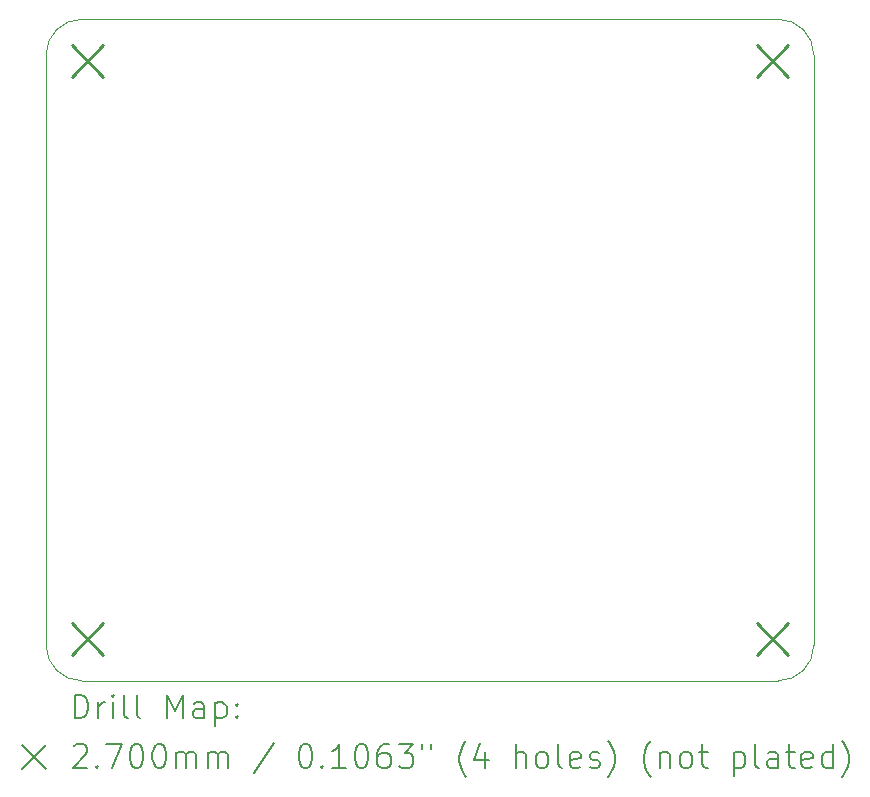
<source format=gbr>
%TF.GenerationSoftware,KiCad,Pcbnew,7.0.1-0*%
%TF.CreationDate,2023-12-28T22:42:47+01:00*%
%TF.ProjectId,SSR-Shiled-v1,5353522d-5368-4696-9c65-642d76312e6b,rev?*%
%TF.SameCoordinates,Original*%
%TF.FileFunction,Drillmap*%
%TF.FilePolarity,Positive*%
%FSLAX45Y45*%
G04 Gerber Fmt 4.5, Leading zero omitted, Abs format (unit mm)*
G04 Created by KiCad (PCBNEW 7.0.1-0) date 2023-12-28 22:42:47*
%MOMM*%
%LPD*%
G01*
G04 APERTURE LIST*
%ADD10C,0.100000*%
%ADD11C,0.200000*%
%ADD12C,0.270000*%
G04 APERTURE END LIST*
D10*
X16500000Y-4700000D02*
G75*
G03*
X16200000Y-4400000I-300000J0D01*
G01*
X16500000Y-9700000D02*
X16500000Y-4700000D01*
X10000000Y-4700000D02*
X10000000Y-9700000D01*
X10000000Y-9700000D02*
G75*
G03*
X10300000Y-10000000I300000J0D01*
G01*
X10300000Y-10000000D02*
X16200000Y-10000000D01*
X16200000Y-10000000D02*
G75*
G03*
X16500000Y-9700000I0J300000D01*
G01*
X10300000Y-4400000D02*
G75*
G03*
X10000000Y-4700000I0J-300000D01*
G01*
X16200000Y-4400000D02*
X10300000Y-4400000D01*
D11*
D12*
X10215000Y-4615000D02*
X10485000Y-4885000D01*
X10485000Y-4615000D02*
X10215000Y-4885000D01*
X10215000Y-9515000D02*
X10485000Y-9785000D01*
X10485000Y-9515000D02*
X10215000Y-9785000D01*
X16015000Y-4615000D02*
X16285000Y-4885000D01*
X16285000Y-4615000D02*
X16015000Y-4885000D01*
X16015000Y-9515000D02*
X16285000Y-9785000D01*
X16285000Y-9515000D02*
X16015000Y-9785000D01*
D11*
X10242619Y-10317524D02*
X10242619Y-10117524D01*
X10242619Y-10117524D02*
X10290238Y-10117524D01*
X10290238Y-10117524D02*
X10318810Y-10127048D01*
X10318810Y-10127048D02*
X10337857Y-10146095D01*
X10337857Y-10146095D02*
X10347381Y-10165143D01*
X10347381Y-10165143D02*
X10356905Y-10203238D01*
X10356905Y-10203238D02*
X10356905Y-10231810D01*
X10356905Y-10231810D02*
X10347381Y-10269905D01*
X10347381Y-10269905D02*
X10337857Y-10288952D01*
X10337857Y-10288952D02*
X10318810Y-10308000D01*
X10318810Y-10308000D02*
X10290238Y-10317524D01*
X10290238Y-10317524D02*
X10242619Y-10317524D01*
X10442619Y-10317524D02*
X10442619Y-10184190D01*
X10442619Y-10222286D02*
X10452143Y-10203238D01*
X10452143Y-10203238D02*
X10461667Y-10193714D01*
X10461667Y-10193714D02*
X10480714Y-10184190D01*
X10480714Y-10184190D02*
X10499762Y-10184190D01*
X10566429Y-10317524D02*
X10566429Y-10184190D01*
X10566429Y-10117524D02*
X10556905Y-10127048D01*
X10556905Y-10127048D02*
X10566429Y-10136571D01*
X10566429Y-10136571D02*
X10575952Y-10127048D01*
X10575952Y-10127048D02*
X10566429Y-10117524D01*
X10566429Y-10117524D02*
X10566429Y-10136571D01*
X10690238Y-10317524D02*
X10671190Y-10308000D01*
X10671190Y-10308000D02*
X10661667Y-10288952D01*
X10661667Y-10288952D02*
X10661667Y-10117524D01*
X10795000Y-10317524D02*
X10775952Y-10308000D01*
X10775952Y-10308000D02*
X10766429Y-10288952D01*
X10766429Y-10288952D02*
X10766429Y-10117524D01*
X11023571Y-10317524D02*
X11023571Y-10117524D01*
X11023571Y-10117524D02*
X11090238Y-10260381D01*
X11090238Y-10260381D02*
X11156905Y-10117524D01*
X11156905Y-10117524D02*
X11156905Y-10317524D01*
X11337857Y-10317524D02*
X11337857Y-10212762D01*
X11337857Y-10212762D02*
X11328333Y-10193714D01*
X11328333Y-10193714D02*
X11309286Y-10184190D01*
X11309286Y-10184190D02*
X11271190Y-10184190D01*
X11271190Y-10184190D02*
X11252143Y-10193714D01*
X11337857Y-10308000D02*
X11318809Y-10317524D01*
X11318809Y-10317524D02*
X11271190Y-10317524D01*
X11271190Y-10317524D02*
X11252143Y-10308000D01*
X11252143Y-10308000D02*
X11242619Y-10288952D01*
X11242619Y-10288952D02*
X11242619Y-10269905D01*
X11242619Y-10269905D02*
X11252143Y-10250857D01*
X11252143Y-10250857D02*
X11271190Y-10241333D01*
X11271190Y-10241333D02*
X11318809Y-10241333D01*
X11318809Y-10241333D02*
X11337857Y-10231810D01*
X11433095Y-10184190D02*
X11433095Y-10384190D01*
X11433095Y-10193714D02*
X11452143Y-10184190D01*
X11452143Y-10184190D02*
X11490238Y-10184190D01*
X11490238Y-10184190D02*
X11509286Y-10193714D01*
X11509286Y-10193714D02*
X11518809Y-10203238D01*
X11518809Y-10203238D02*
X11528333Y-10222286D01*
X11528333Y-10222286D02*
X11528333Y-10279429D01*
X11528333Y-10279429D02*
X11518809Y-10298476D01*
X11518809Y-10298476D02*
X11509286Y-10308000D01*
X11509286Y-10308000D02*
X11490238Y-10317524D01*
X11490238Y-10317524D02*
X11452143Y-10317524D01*
X11452143Y-10317524D02*
X11433095Y-10308000D01*
X11614048Y-10298476D02*
X11623571Y-10308000D01*
X11623571Y-10308000D02*
X11614048Y-10317524D01*
X11614048Y-10317524D02*
X11604524Y-10308000D01*
X11604524Y-10308000D02*
X11614048Y-10298476D01*
X11614048Y-10298476D02*
X11614048Y-10317524D01*
X11614048Y-10193714D02*
X11623571Y-10203238D01*
X11623571Y-10203238D02*
X11614048Y-10212762D01*
X11614048Y-10212762D02*
X11604524Y-10203238D01*
X11604524Y-10203238D02*
X11614048Y-10193714D01*
X11614048Y-10193714D02*
X11614048Y-10212762D01*
X9795000Y-10545000D02*
X9995000Y-10745000D01*
X9995000Y-10545000D02*
X9795000Y-10745000D01*
X10233095Y-10556571D02*
X10242619Y-10547048D01*
X10242619Y-10547048D02*
X10261667Y-10537524D01*
X10261667Y-10537524D02*
X10309286Y-10537524D01*
X10309286Y-10537524D02*
X10328333Y-10547048D01*
X10328333Y-10547048D02*
X10337857Y-10556571D01*
X10337857Y-10556571D02*
X10347381Y-10575619D01*
X10347381Y-10575619D02*
X10347381Y-10594667D01*
X10347381Y-10594667D02*
X10337857Y-10623238D01*
X10337857Y-10623238D02*
X10223571Y-10737524D01*
X10223571Y-10737524D02*
X10347381Y-10737524D01*
X10433095Y-10718476D02*
X10442619Y-10728000D01*
X10442619Y-10728000D02*
X10433095Y-10737524D01*
X10433095Y-10737524D02*
X10423571Y-10728000D01*
X10423571Y-10728000D02*
X10433095Y-10718476D01*
X10433095Y-10718476D02*
X10433095Y-10737524D01*
X10509286Y-10537524D02*
X10642619Y-10537524D01*
X10642619Y-10537524D02*
X10556905Y-10737524D01*
X10756905Y-10537524D02*
X10775952Y-10537524D01*
X10775952Y-10537524D02*
X10795000Y-10547048D01*
X10795000Y-10547048D02*
X10804524Y-10556571D01*
X10804524Y-10556571D02*
X10814048Y-10575619D01*
X10814048Y-10575619D02*
X10823571Y-10613714D01*
X10823571Y-10613714D02*
X10823571Y-10661333D01*
X10823571Y-10661333D02*
X10814048Y-10699429D01*
X10814048Y-10699429D02*
X10804524Y-10718476D01*
X10804524Y-10718476D02*
X10795000Y-10728000D01*
X10795000Y-10728000D02*
X10775952Y-10737524D01*
X10775952Y-10737524D02*
X10756905Y-10737524D01*
X10756905Y-10737524D02*
X10737857Y-10728000D01*
X10737857Y-10728000D02*
X10728333Y-10718476D01*
X10728333Y-10718476D02*
X10718810Y-10699429D01*
X10718810Y-10699429D02*
X10709286Y-10661333D01*
X10709286Y-10661333D02*
X10709286Y-10613714D01*
X10709286Y-10613714D02*
X10718810Y-10575619D01*
X10718810Y-10575619D02*
X10728333Y-10556571D01*
X10728333Y-10556571D02*
X10737857Y-10547048D01*
X10737857Y-10547048D02*
X10756905Y-10537524D01*
X10947381Y-10537524D02*
X10966429Y-10537524D01*
X10966429Y-10537524D02*
X10985476Y-10547048D01*
X10985476Y-10547048D02*
X10995000Y-10556571D01*
X10995000Y-10556571D02*
X11004524Y-10575619D01*
X11004524Y-10575619D02*
X11014048Y-10613714D01*
X11014048Y-10613714D02*
X11014048Y-10661333D01*
X11014048Y-10661333D02*
X11004524Y-10699429D01*
X11004524Y-10699429D02*
X10995000Y-10718476D01*
X10995000Y-10718476D02*
X10985476Y-10728000D01*
X10985476Y-10728000D02*
X10966429Y-10737524D01*
X10966429Y-10737524D02*
X10947381Y-10737524D01*
X10947381Y-10737524D02*
X10928333Y-10728000D01*
X10928333Y-10728000D02*
X10918810Y-10718476D01*
X10918810Y-10718476D02*
X10909286Y-10699429D01*
X10909286Y-10699429D02*
X10899762Y-10661333D01*
X10899762Y-10661333D02*
X10899762Y-10613714D01*
X10899762Y-10613714D02*
X10909286Y-10575619D01*
X10909286Y-10575619D02*
X10918810Y-10556571D01*
X10918810Y-10556571D02*
X10928333Y-10547048D01*
X10928333Y-10547048D02*
X10947381Y-10537524D01*
X11099762Y-10737524D02*
X11099762Y-10604190D01*
X11099762Y-10623238D02*
X11109286Y-10613714D01*
X11109286Y-10613714D02*
X11128333Y-10604190D01*
X11128333Y-10604190D02*
X11156905Y-10604190D01*
X11156905Y-10604190D02*
X11175952Y-10613714D01*
X11175952Y-10613714D02*
X11185476Y-10632762D01*
X11185476Y-10632762D02*
X11185476Y-10737524D01*
X11185476Y-10632762D02*
X11195000Y-10613714D01*
X11195000Y-10613714D02*
X11214048Y-10604190D01*
X11214048Y-10604190D02*
X11242619Y-10604190D01*
X11242619Y-10604190D02*
X11261667Y-10613714D01*
X11261667Y-10613714D02*
X11271190Y-10632762D01*
X11271190Y-10632762D02*
X11271190Y-10737524D01*
X11366429Y-10737524D02*
X11366429Y-10604190D01*
X11366429Y-10623238D02*
X11375952Y-10613714D01*
X11375952Y-10613714D02*
X11395000Y-10604190D01*
X11395000Y-10604190D02*
X11423571Y-10604190D01*
X11423571Y-10604190D02*
X11442619Y-10613714D01*
X11442619Y-10613714D02*
X11452143Y-10632762D01*
X11452143Y-10632762D02*
X11452143Y-10737524D01*
X11452143Y-10632762D02*
X11461667Y-10613714D01*
X11461667Y-10613714D02*
X11480714Y-10604190D01*
X11480714Y-10604190D02*
X11509286Y-10604190D01*
X11509286Y-10604190D02*
X11528333Y-10613714D01*
X11528333Y-10613714D02*
X11537857Y-10632762D01*
X11537857Y-10632762D02*
X11537857Y-10737524D01*
X11928333Y-10528000D02*
X11756905Y-10785143D01*
X12185476Y-10537524D02*
X12204524Y-10537524D01*
X12204524Y-10537524D02*
X12223572Y-10547048D01*
X12223572Y-10547048D02*
X12233095Y-10556571D01*
X12233095Y-10556571D02*
X12242619Y-10575619D01*
X12242619Y-10575619D02*
X12252143Y-10613714D01*
X12252143Y-10613714D02*
X12252143Y-10661333D01*
X12252143Y-10661333D02*
X12242619Y-10699429D01*
X12242619Y-10699429D02*
X12233095Y-10718476D01*
X12233095Y-10718476D02*
X12223572Y-10728000D01*
X12223572Y-10728000D02*
X12204524Y-10737524D01*
X12204524Y-10737524D02*
X12185476Y-10737524D01*
X12185476Y-10737524D02*
X12166429Y-10728000D01*
X12166429Y-10728000D02*
X12156905Y-10718476D01*
X12156905Y-10718476D02*
X12147381Y-10699429D01*
X12147381Y-10699429D02*
X12137857Y-10661333D01*
X12137857Y-10661333D02*
X12137857Y-10613714D01*
X12137857Y-10613714D02*
X12147381Y-10575619D01*
X12147381Y-10575619D02*
X12156905Y-10556571D01*
X12156905Y-10556571D02*
X12166429Y-10547048D01*
X12166429Y-10547048D02*
X12185476Y-10537524D01*
X12337857Y-10718476D02*
X12347381Y-10728000D01*
X12347381Y-10728000D02*
X12337857Y-10737524D01*
X12337857Y-10737524D02*
X12328333Y-10728000D01*
X12328333Y-10728000D02*
X12337857Y-10718476D01*
X12337857Y-10718476D02*
X12337857Y-10737524D01*
X12537857Y-10737524D02*
X12423572Y-10737524D01*
X12480714Y-10737524D02*
X12480714Y-10537524D01*
X12480714Y-10537524D02*
X12461667Y-10566095D01*
X12461667Y-10566095D02*
X12442619Y-10585143D01*
X12442619Y-10585143D02*
X12423572Y-10594667D01*
X12661667Y-10537524D02*
X12680714Y-10537524D01*
X12680714Y-10537524D02*
X12699762Y-10547048D01*
X12699762Y-10547048D02*
X12709286Y-10556571D01*
X12709286Y-10556571D02*
X12718810Y-10575619D01*
X12718810Y-10575619D02*
X12728333Y-10613714D01*
X12728333Y-10613714D02*
X12728333Y-10661333D01*
X12728333Y-10661333D02*
X12718810Y-10699429D01*
X12718810Y-10699429D02*
X12709286Y-10718476D01*
X12709286Y-10718476D02*
X12699762Y-10728000D01*
X12699762Y-10728000D02*
X12680714Y-10737524D01*
X12680714Y-10737524D02*
X12661667Y-10737524D01*
X12661667Y-10737524D02*
X12642619Y-10728000D01*
X12642619Y-10728000D02*
X12633095Y-10718476D01*
X12633095Y-10718476D02*
X12623572Y-10699429D01*
X12623572Y-10699429D02*
X12614048Y-10661333D01*
X12614048Y-10661333D02*
X12614048Y-10613714D01*
X12614048Y-10613714D02*
X12623572Y-10575619D01*
X12623572Y-10575619D02*
X12633095Y-10556571D01*
X12633095Y-10556571D02*
X12642619Y-10547048D01*
X12642619Y-10547048D02*
X12661667Y-10537524D01*
X12899762Y-10537524D02*
X12861667Y-10537524D01*
X12861667Y-10537524D02*
X12842619Y-10547048D01*
X12842619Y-10547048D02*
X12833095Y-10556571D01*
X12833095Y-10556571D02*
X12814048Y-10585143D01*
X12814048Y-10585143D02*
X12804524Y-10623238D01*
X12804524Y-10623238D02*
X12804524Y-10699429D01*
X12804524Y-10699429D02*
X12814048Y-10718476D01*
X12814048Y-10718476D02*
X12823572Y-10728000D01*
X12823572Y-10728000D02*
X12842619Y-10737524D01*
X12842619Y-10737524D02*
X12880714Y-10737524D01*
X12880714Y-10737524D02*
X12899762Y-10728000D01*
X12899762Y-10728000D02*
X12909286Y-10718476D01*
X12909286Y-10718476D02*
X12918810Y-10699429D01*
X12918810Y-10699429D02*
X12918810Y-10651810D01*
X12918810Y-10651810D02*
X12909286Y-10632762D01*
X12909286Y-10632762D02*
X12899762Y-10623238D01*
X12899762Y-10623238D02*
X12880714Y-10613714D01*
X12880714Y-10613714D02*
X12842619Y-10613714D01*
X12842619Y-10613714D02*
X12823572Y-10623238D01*
X12823572Y-10623238D02*
X12814048Y-10632762D01*
X12814048Y-10632762D02*
X12804524Y-10651810D01*
X12985476Y-10537524D02*
X13109286Y-10537524D01*
X13109286Y-10537524D02*
X13042619Y-10613714D01*
X13042619Y-10613714D02*
X13071191Y-10613714D01*
X13071191Y-10613714D02*
X13090238Y-10623238D01*
X13090238Y-10623238D02*
X13099762Y-10632762D01*
X13099762Y-10632762D02*
X13109286Y-10651810D01*
X13109286Y-10651810D02*
X13109286Y-10699429D01*
X13109286Y-10699429D02*
X13099762Y-10718476D01*
X13099762Y-10718476D02*
X13090238Y-10728000D01*
X13090238Y-10728000D02*
X13071191Y-10737524D01*
X13071191Y-10737524D02*
X13014048Y-10737524D01*
X13014048Y-10737524D02*
X12995000Y-10728000D01*
X12995000Y-10728000D02*
X12985476Y-10718476D01*
X13185476Y-10537524D02*
X13185476Y-10575619D01*
X13261667Y-10537524D02*
X13261667Y-10575619D01*
X13556905Y-10813714D02*
X13547381Y-10804190D01*
X13547381Y-10804190D02*
X13528334Y-10775619D01*
X13528334Y-10775619D02*
X13518810Y-10756571D01*
X13518810Y-10756571D02*
X13509286Y-10728000D01*
X13509286Y-10728000D02*
X13499762Y-10680381D01*
X13499762Y-10680381D02*
X13499762Y-10642286D01*
X13499762Y-10642286D02*
X13509286Y-10594667D01*
X13509286Y-10594667D02*
X13518810Y-10566095D01*
X13518810Y-10566095D02*
X13528334Y-10547048D01*
X13528334Y-10547048D02*
X13547381Y-10518476D01*
X13547381Y-10518476D02*
X13556905Y-10508952D01*
X13718810Y-10604190D02*
X13718810Y-10737524D01*
X13671191Y-10528000D02*
X13623572Y-10670857D01*
X13623572Y-10670857D02*
X13747381Y-10670857D01*
X13975953Y-10737524D02*
X13975953Y-10537524D01*
X14061667Y-10737524D02*
X14061667Y-10632762D01*
X14061667Y-10632762D02*
X14052143Y-10613714D01*
X14052143Y-10613714D02*
X14033096Y-10604190D01*
X14033096Y-10604190D02*
X14004524Y-10604190D01*
X14004524Y-10604190D02*
X13985476Y-10613714D01*
X13985476Y-10613714D02*
X13975953Y-10623238D01*
X14185476Y-10737524D02*
X14166429Y-10728000D01*
X14166429Y-10728000D02*
X14156905Y-10718476D01*
X14156905Y-10718476D02*
X14147381Y-10699429D01*
X14147381Y-10699429D02*
X14147381Y-10642286D01*
X14147381Y-10642286D02*
X14156905Y-10623238D01*
X14156905Y-10623238D02*
X14166429Y-10613714D01*
X14166429Y-10613714D02*
X14185476Y-10604190D01*
X14185476Y-10604190D02*
X14214048Y-10604190D01*
X14214048Y-10604190D02*
X14233096Y-10613714D01*
X14233096Y-10613714D02*
X14242619Y-10623238D01*
X14242619Y-10623238D02*
X14252143Y-10642286D01*
X14252143Y-10642286D02*
X14252143Y-10699429D01*
X14252143Y-10699429D02*
X14242619Y-10718476D01*
X14242619Y-10718476D02*
X14233096Y-10728000D01*
X14233096Y-10728000D02*
X14214048Y-10737524D01*
X14214048Y-10737524D02*
X14185476Y-10737524D01*
X14366429Y-10737524D02*
X14347381Y-10728000D01*
X14347381Y-10728000D02*
X14337857Y-10708952D01*
X14337857Y-10708952D02*
X14337857Y-10537524D01*
X14518810Y-10728000D02*
X14499762Y-10737524D01*
X14499762Y-10737524D02*
X14461667Y-10737524D01*
X14461667Y-10737524D02*
X14442619Y-10728000D01*
X14442619Y-10728000D02*
X14433096Y-10708952D01*
X14433096Y-10708952D02*
X14433096Y-10632762D01*
X14433096Y-10632762D02*
X14442619Y-10613714D01*
X14442619Y-10613714D02*
X14461667Y-10604190D01*
X14461667Y-10604190D02*
X14499762Y-10604190D01*
X14499762Y-10604190D02*
X14518810Y-10613714D01*
X14518810Y-10613714D02*
X14528334Y-10632762D01*
X14528334Y-10632762D02*
X14528334Y-10651810D01*
X14528334Y-10651810D02*
X14433096Y-10670857D01*
X14604524Y-10728000D02*
X14623572Y-10737524D01*
X14623572Y-10737524D02*
X14661667Y-10737524D01*
X14661667Y-10737524D02*
X14680715Y-10728000D01*
X14680715Y-10728000D02*
X14690238Y-10708952D01*
X14690238Y-10708952D02*
X14690238Y-10699429D01*
X14690238Y-10699429D02*
X14680715Y-10680381D01*
X14680715Y-10680381D02*
X14661667Y-10670857D01*
X14661667Y-10670857D02*
X14633096Y-10670857D01*
X14633096Y-10670857D02*
X14614048Y-10661333D01*
X14614048Y-10661333D02*
X14604524Y-10642286D01*
X14604524Y-10642286D02*
X14604524Y-10632762D01*
X14604524Y-10632762D02*
X14614048Y-10613714D01*
X14614048Y-10613714D02*
X14633096Y-10604190D01*
X14633096Y-10604190D02*
X14661667Y-10604190D01*
X14661667Y-10604190D02*
X14680715Y-10613714D01*
X14756905Y-10813714D02*
X14766429Y-10804190D01*
X14766429Y-10804190D02*
X14785477Y-10775619D01*
X14785477Y-10775619D02*
X14795000Y-10756571D01*
X14795000Y-10756571D02*
X14804524Y-10728000D01*
X14804524Y-10728000D02*
X14814048Y-10680381D01*
X14814048Y-10680381D02*
X14814048Y-10642286D01*
X14814048Y-10642286D02*
X14804524Y-10594667D01*
X14804524Y-10594667D02*
X14795000Y-10566095D01*
X14795000Y-10566095D02*
X14785477Y-10547048D01*
X14785477Y-10547048D02*
X14766429Y-10518476D01*
X14766429Y-10518476D02*
X14756905Y-10508952D01*
X15118810Y-10813714D02*
X15109286Y-10804190D01*
X15109286Y-10804190D02*
X15090238Y-10775619D01*
X15090238Y-10775619D02*
X15080715Y-10756571D01*
X15080715Y-10756571D02*
X15071191Y-10728000D01*
X15071191Y-10728000D02*
X15061667Y-10680381D01*
X15061667Y-10680381D02*
X15061667Y-10642286D01*
X15061667Y-10642286D02*
X15071191Y-10594667D01*
X15071191Y-10594667D02*
X15080715Y-10566095D01*
X15080715Y-10566095D02*
X15090238Y-10547048D01*
X15090238Y-10547048D02*
X15109286Y-10518476D01*
X15109286Y-10518476D02*
X15118810Y-10508952D01*
X15195000Y-10604190D02*
X15195000Y-10737524D01*
X15195000Y-10623238D02*
X15204524Y-10613714D01*
X15204524Y-10613714D02*
X15223572Y-10604190D01*
X15223572Y-10604190D02*
X15252143Y-10604190D01*
X15252143Y-10604190D02*
X15271191Y-10613714D01*
X15271191Y-10613714D02*
X15280715Y-10632762D01*
X15280715Y-10632762D02*
X15280715Y-10737524D01*
X15404524Y-10737524D02*
X15385477Y-10728000D01*
X15385477Y-10728000D02*
X15375953Y-10718476D01*
X15375953Y-10718476D02*
X15366429Y-10699429D01*
X15366429Y-10699429D02*
X15366429Y-10642286D01*
X15366429Y-10642286D02*
X15375953Y-10623238D01*
X15375953Y-10623238D02*
X15385477Y-10613714D01*
X15385477Y-10613714D02*
X15404524Y-10604190D01*
X15404524Y-10604190D02*
X15433096Y-10604190D01*
X15433096Y-10604190D02*
X15452143Y-10613714D01*
X15452143Y-10613714D02*
X15461667Y-10623238D01*
X15461667Y-10623238D02*
X15471191Y-10642286D01*
X15471191Y-10642286D02*
X15471191Y-10699429D01*
X15471191Y-10699429D02*
X15461667Y-10718476D01*
X15461667Y-10718476D02*
X15452143Y-10728000D01*
X15452143Y-10728000D02*
X15433096Y-10737524D01*
X15433096Y-10737524D02*
X15404524Y-10737524D01*
X15528334Y-10604190D02*
X15604524Y-10604190D01*
X15556905Y-10537524D02*
X15556905Y-10708952D01*
X15556905Y-10708952D02*
X15566429Y-10728000D01*
X15566429Y-10728000D02*
X15585477Y-10737524D01*
X15585477Y-10737524D02*
X15604524Y-10737524D01*
X15823572Y-10604190D02*
X15823572Y-10804190D01*
X15823572Y-10613714D02*
X15842619Y-10604190D01*
X15842619Y-10604190D02*
X15880715Y-10604190D01*
X15880715Y-10604190D02*
X15899762Y-10613714D01*
X15899762Y-10613714D02*
X15909286Y-10623238D01*
X15909286Y-10623238D02*
X15918810Y-10642286D01*
X15918810Y-10642286D02*
X15918810Y-10699429D01*
X15918810Y-10699429D02*
X15909286Y-10718476D01*
X15909286Y-10718476D02*
X15899762Y-10728000D01*
X15899762Y-10728000D02*
X15880715Y-10737524D01*
X15880715Y-10737524D02*
X15842619Y-10737524D01*
X15842619Y-10737524D02*
X15823572Y-10728000D01*
X16033096Y-10737524D02*
X16014048Y-10728000D01*
X16014048Y-10728000D02*
X16004524Y-10708952D01*
X16004524Y-10708952D02*
X16004524Y-10537524D01*
X16195000Y-10737524D02*
X16195000Y-10632762D01*
X16195000Y-10632762D02*
X16185477Y-10613714D01*
X16185477Y-10613714D02*
X16166429Y-10604190D01*
X16166429Y-10604190D02*
X16128334Y-10604190D01*
X16128334Y-10604190D02*
X16109286Y-10613714D01*
X16195000Y-10728000D02*
X16175953Y-10737524D01*
X16175953Y-10737524D02*
X16128334Y-10737524D01*
X16128334Y-10737524D02*
X16109286Y-10728000D01*
X16109286Y-10728000D02*
X16099762Y-10708952D01*
X16099762Y-10708952D02*
X16099762Y-10689905D01*
X16099762Y-10689905D02*
X16109286Y-10670857D01*
X16109286Y-10670857D02*
X16128334Y-10661333D01*
X16128334Y-10661333D02*
X16175953Y-10661333D01*
X16175953Y-10661333D02*
X16195000Y-10651810D01*
X16261667Y-10604190D02*
X16337858Y-10604190D01*
X16290239Y-10537524D02*
X16290239Y-10708952D01*
X16290239Y-10708952D02*
X16299762Y-10728000D01*
X16299762Y-10728000D02*
X16318810Y-10737524D01*
X16318810Y-10737524D02*
X16337858Y-10737524D01*
X16480715Y-10728000D02*
X16461667Y-10737524D01*
X16461667Y-10737524D02*
X16423572Y-10737524D01*
X16423572Y-10737524D02*
X16404524Y-10728000D01*
X16404524Y-10728000D02*
X16395000Y-10708952D01*
X16395000Y-10708952D02*
X16395000Y-10632762D01*
X16395000Y-10632762D02*
X16404524Y-10613714D01*
X16404524Y-10613714D02*
X16423572Y-10604190D01*
X16423572Y-10604190D02*
X16461667Y-10604190D01*
X16461667Y-10604190D02*
X16480715Y-10613714D01*
X16480715Y-10613714D02*
X16490239Y-10632762D01*
X16490239Y-10632762D02*
X16490239Y-10651810D01*
X16490239Y-10651810D02*
X16395000Y-10670857D01*
X16661667Y-10737524D02*
X16661667Y-10537524D01*
X16661667Y-10728000D02*
X16642620Y-10737524D01*
X16642620Y-10737524D02*
X16604524Y-10737524D01*
X16604524Y-10737524D02*
X16585477Y-10728000D01*
X16585477Y-10728000D02*
X16575953Y-10718476D01*
X16575953Y-10718476D02*
X16566429Y-10699429D01*
X16566429Y-10699429D02*
X16566429Y-10642286D01*
X16566429Y-10642286D02*
X16575953Y-10623238D01*
X16575953Y-10623238D02*
X16585477Y-10613714D01*
X16585477Y-10613714D02*
X16604524Y-10604190D01*
X16604524Y-10604190D02*
X16642620Y-10604190D01*
X16642620Y-10604190D02*
X16661667Y-10613714D01*
X16737858Y-10813714D02*
X16747381Y-10804190D01*
X16747381Y-10804190D02*
X16766429Y-10775619D01*
X16766429Y-10775619D02*
X16775953Y-10756571D01*
X16775953Y-10756571D02*
X16785477Y-10728000D01*
X16785477Y-10728000D02*
X16795001Y-10680381D01*
X16795001Y-10680381D02*
X16795001Y-10642286D01*
X16795001Y-10642286D02*
X16785477Y-10594667D01*
X16785477Y-10594667D02*
X16775953Y-10566095D01*
X16775953Y-10566095D02*
X16766429Y-10547048D01*
X16766429Y-10547048D02*
X16747381Y-10518476D01*
X16747381Y-10518476D02*
X16737858Y-10508952D01*
M02*

</source>
